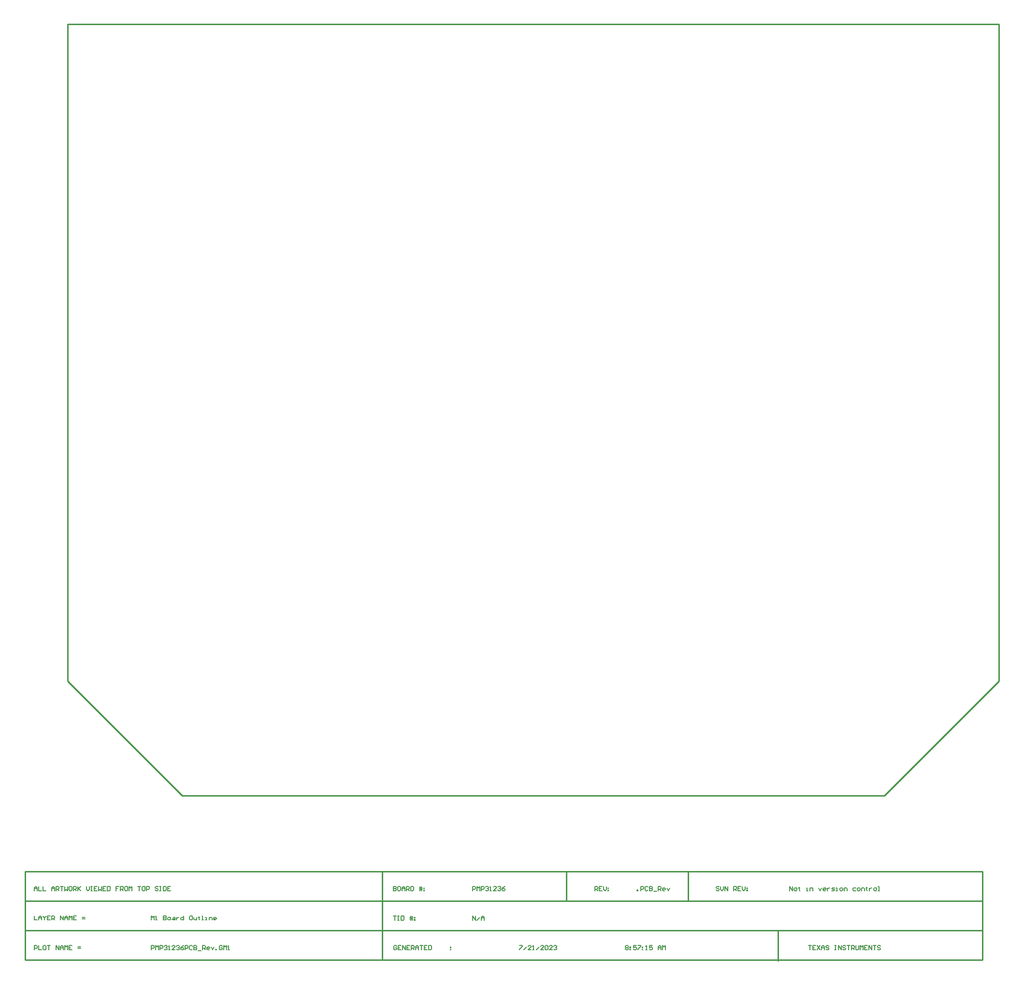
<source format=gm1>
G04*
G04 #@! TF.GenerationSoftware,Altium Limited,Altium Designer,23.6.0 (18)*
G04*
G04 Layer_Color=16711935*
%FSAX44Y44*%
%MOMM*%
G71*
G04*
G04 #@! TF.SameCoordinates,B6B15AAD-09C2-4985-A1E0-6DBEE0027C76*
G04*
G04*
G04 #@! TF.FilePolarity,Positive*
G04*
G01*
G75*
%ADD15C,0.2032*%
%ADD16C,0.2540*%
G54D15*
X00322326Y00171579D02*
Y00179196D01*
X00324865Y00176657D01*
X00327404Y00179196D01*
Y00171579D01*
X00329944D02*
X00332483D01*
X00331213D01*
Y00179196D01*
X00329944Y00177927D01*
X00343909Y00179196D02*
Y00171579D01*
X00347718D01*
X00348987Y00172848D01*
Y00174118D01*
X00347718Y00175387D01*
X00343909D01*
X00347718D01*
X00348987Y00176657D01*
Y00177927D01*
X00347718Y00179196D01*
X00343909D01*
X00352796Y00171579D02*
X00355335D01*
X00356605Y00172848D01*
Y00175387D01*
X00355335Y00176657D01*
X00352796D01*
X00351527Y00175387D01*
Y00172848D01*
X00352796Y00171579D01*
X00360414Y00176657D02*
X00362953D01*
X00364222Y00175387D01*
Y00171579D01*
X00360414D01*
X00359144Y00172848D01*
X00360414Y00174118D01*
X00364222D01*
X00366762Y00176657D02*
Y00171579D01*
Y00174118D01*
X00368031Y00175387D01*
X00369301Y00176657D01*
X00370570D01*
X00379458Y00179196D02*
Y00171579D01*
X00375649D01*
X00374379Y00172848D01*
Y00175387D01*
X00375649Y00176657D01*
X00379458D01*
X00393423Y00179196D02*
X00390884D01*
X00389614Y00177927D01*
Y00172848D01*
X00390884Y00171579D01*
X00393423D01*
X00394693Y00172848D01*
Y00177927D01*
X00393423Y00179196D01*
X00397232Y00176657D02*
Y00172848D01*
X00398501Y00171579D01*
X00402310D01*
Y00176657D01*
X00406119Y00177927D02*
Y00176657D01*
X00404849D01*
X00407388D01*
X00406119D01*
Y00172848D01*
X00407388Y00171579D01*
X00411197D02*
X00413736D01*
X00412467D01*
Y00179196D01*
X00411197D01*
X00417545Y00171579D02*
X00420084D01*
X00418815D01*
Y00176657D01*
X00417545D01*
X00423893Y00171579D02*
Y00176657D01*
X00427702D01*
X00428971Y00175387D01*
Y00171579D01*
X00435319D02*
X00432780D01*
X00431511Y00172848D01*
Y00175387D01*
X00432780Y00176657D01*
X00435319D01*
X00436589Y00175387D01*
Y00174118D01*
X00431511D01*
X00885317Y00171450D02*
Y00179067D01*
X00890395Y00171450D01*
Y00179067D01*
X00892934Y00171450D02*
X00898013Y00176528D01*
X00900552Y00171450D02*
Y00176528D01*
X00903091Y00179067D01*
X00905630Y00176528D01*
Y00171450D01*
Y00175259D01*
X00900552D01*
X00746760Y00179067D02*
X00751838D01*
X00749299D01*
Y00171450D01*
X00754378Y00179067D02*
X00756917D01*
X00755647D01*
Y00171450D01*
X00754378D01*
X00756917D01*
X00760725Y00179067D02*
Y00171450D01*
X00764534D01*
X00765804Y00172720D01*
Y00177798D01*
X00764534Y00179067D01*
X00760725D01*
X00777230Y00171450D02*
Y00179067D01*
X00779769D02*
Y00171450D01*
X00775961Y00176528D02*
X00779769D01*
X00781039D01*
X00775961Y00173989D02*
X00781039D01*
X00783578Y00176528D02*
X00784848D01*
Y00175259D01*
X00783578D01*
Y00176528D01*
Y00172720D02*
X00784848D01*
Y00171450D01*
X00783578D01*
Y00172720D01*
X01474470Y00126912D02*
X01479548D01*
X01477009D01*
Y00119295D01*
X01487166Y00126912D02*
X01482088D01*
Y00119295D01*
X01487166D01*
X01482088Y00123104D02*
X01484627D01*
X01489705Y00126912D02*
X01494783Y00119295D01*
Y00126912D02*
X01489705Y00119295D01*
X01497323D02*
Y00124373D01*
X01499862Y00126912D01*
X01502401Y00124373D01*
Y00119295D01*
Y00123104D01*
X01497323D01*
X01510018Y00125643D02*
X01508749Y00126912D01*
X01506210D01*
X01504940Y00125643D01*
Y00124373D01*
X01506210Y00123104D01*
X01508749D01*
X01510018Y00121834D01*
Y00120564D01*
X01508749Y00119295D01*
X01506210D01*
X01504940Y00120564D01*
X01520175Y00126912D02*
X01522714D01*
X01521445D01*
Y00119295D01*
X01520175D01*
X01522714D01*
X01526523D02*
Y00126912D01*
X01531602Y00119295D01*
Y00126912D01*
X01539219Y00125643D02*
X01537950Y00126912D01*
X01535410D01*
X01534141Y00125643D01*
Y00124373D01*
X01535410Y00123104D01*
X01537950D01*
X01539219Y00121834D01*
Y00120564D01*
X01537950Y00119295D01*
X01535410D01*
X01534141Y00120564D01*
X01541758Y00126912D02*
X01546837D01*
X01544297D01*
Y00119295D01*
X01549376D02*
Y00126912D01*
X01553185D01*
X01554454Y00125643D01*
Y00123104D01*
X01553185Y00121834D01*
X01549376D01*
X01551915D02*
X01554454Y00119295D01*
X01556993Y00126912D02*
Y00120564D01*
X01558263Y00119295D01*
X01560802D01*
X01562072Y00120564D01*
Y00126912D01*
X01564611Y00119295D02*
Y00126912D01*
X01567150Y00124373D01*
X01569689Y00126912D01*
Y00119295D01*
X01577307Y00126912D02*
X01572228D01*
Y00119295D01*
X01577307D01*
X01572228Y00123104D02*
X01574768D01*
X01579846Y00119295D02*
Y00126912D01*
X01584924Y00119295D01*
Y00126912D01*
X01587463D02*
X01592542D01*
X01590003D01*
Y00119295D01*
X01600159Y00125643D02*
X01598890Y00126912D01*
X01596351D01*
X01595081Y00125643D01*
Y00124373D01*
X01596351Y00123104D01*
X01598890D01*
X01600159Y00121834D01*
Y00120564D01*
X01598890Y00119295D01*
X01596351D01*
X01595081Y00120564D01*
X01153287Y00125643D02*
X01154557Y00126912D01*
X01157096D01*
X01158365Y00125643D01*
Y00124373D01*
X01157096Y00123104D01*
X01158365Y00121834D01*
Y00120564D01*
X01157096Y00119295D01*
X01154557D01*
X01153287Y00120564D01*
Y00121834D01*
X01154557Y00123104D01*
X01153287Y00124373D01*
Y00125643D01*
X01154557Y00123104D02*
X01157096D01*
X01160904Y00124373D02*
X01162174D01*
Y00123104D01*
X01160904D01*
Y00124373D01*
Y00120564D02*
X01162174D01*
Y00119295D01*
X01160904D01*
Y00120564D01*
X01172331Y00126912D02*
X01167253D01*
Y00123104D01*
X01169792Y00124373D01*
X01171061D01*
X01172331Y00123104D01*
Y00120564D01*
X01171061Y00119295D01*
X01168522D01*
X01167253Y00120564D01*
X01174870Y00126912D02*
X01179948D01*
Y00125643D01*
X01174870Y00120564D01*
Y00119295D01*
X01182488Y00124373D02*
X01183757D01*
Y00123104D01*
X01182488D01*
Y00124373D01*
Y00120564D02*
X01183757D01*
Y00119295D01*
X01182488D01*
Y00120564D01*
X01188836Y00119295D02*
X01191375D01*
X01190105D01*
Y00126912D01*
X01188836Y00125643D01*
X01200262Y00126912D02*
X01195183D01*
Y00123104D01*
X01197723Y00124373D01*
X01198992D01*
X01200262Y00123104D01*
Y00120564D01*
X01198992Y00119295D01*
X01196453D01*
X01195183Y00120564D01*
X01210418Y00119295D02*
Y00124373D01*
X01212958Y00126912D01*
X01215497Y00124373D01*
Y00119295D01*
Y00123104D01*
X01210418D01*
X01218036Y00119295D02*
Y00126912D01*
X01220575Y00124373D01*
X01223114Y00126912D01*
Y00119295D01*
X00117729D02*
Y00126912D01*
X00121538D01*
X00122807Y00125643D01*
Y00123104D01*
X00121538Y00121834D01*
X00117729D01*
X00125346Y00126912D02*
Y00119295D01*
X00130425D01*
X00136773Y00126912D02*
X00134234D01*
X00132964Y00125643D01*
Y00120564D01*
X00134234Y00119295D01*
X00136773D01*
X00138042Y00120564D01*
Y00125643D01*
X00136773Y00126912D01*
X00140582D02*
X00145660D01*
X00143121D01*
Y00119295D01*
X00155817D02*
Y00126912D01*
X00160895Y00119295D01*
Y00126912D01*
X00163434Y00119295D02*
Y00124373D01*
X00165973Y00126912D01*
X00168513Y00124373D01*
Y00119295D01*
Y00123104D01*
X00163434D01*
X00171052Y00119295D02*
Y00126912D01*
X00173591Y00124373D01*
X00176130Y00126912D01*
Y00119295D01*
X00183748Y00126912D02*
X00178669D01*
Y00119295D01*
X00183748D01*
X00178669Y00123104D02*
X00181208D01*
X00193904Y00121834D02*
X00198983D01*
X00193904Y00124373D02*
X00198983D01*
X00117729Y00179196D02*
Y00171579D01*
X00122807D01*
X00125346D02*
Y00176657D01*
X00127886Y00179196D01*
X00130425Y00176657D01*
Y00171579D01*
Y00175387D01*
X00125346D01*
X00132964Y00179196D02*
Y00177927D01*
X00135503Y00175387D01*
X00138042Y00177927D01*
Y00179196D01*
X00135503Y00175387D02*
Y00171579D01*
X00145660Y00179196D02*
X00140582D01*
Y00171579D01*
X00145660D01*
X00140582Y00175387D02*
X00143121D01*
X00148199Y00171579D02*
Y00179196D01*
X00152008D01*
X00153278Y00177927D01*
Y00175387D01*
X00152008Y00174118D01*
X00148199D01*
X00150738D02*
X00153278Y00171579D01*
X00163434D02*
Y00179196D01*
X00168513Y00171579D01*
Y00179196D01*
X00171052Y00171579D02*
Y00176657D01*
X00173591Y00179196D01*
X00176130Y00176657D01*
Y00171579D01*
Y00175387D01*
X00171052D01*
X00178669Y00171579D02*
Y00179196D01*
X00181208Y00176657D01*
X00183748Y00179196D01*
Y00171579D01*
X00191365Y00179196D02*
X00186287D01*
Y00171579D01*
X00191365D01*
X00186287Y00175387D02*
X00188826D01*
X00201522Y00174118D02*
X00206600D01*
X00201522Y00176657D02*
X00206600D01*
X00746760Y00230714D02*
Y00223097D01*
X00750569D01*
X00751838Y00224366D01*
Y00225636D01*
X00750569Y00226905D01*
X00746760D01*
X00750569D01*
X00751838Y00228175D01*
Y00229445D01*
X00750569Y00230714D01*
X00746760D01*
X00758186D02*
X00755647D01*
X00754378Y00229445D01*
Y00224366D01*
X00755647Y00223097D01*
X00758186D01*
X00759456Y00224366D01*
Y00229445D01*
X00758186Y00230714D01*
X00761995Y00223097D02*
Y00228175D01*
X00764534Y00230714D01*
X00767073Y00228175D01*
Y00223097D01*
Y00226905D01*
X00761995D01*
X00769613Y00223097D02*
Y00230714D01*
X00773421D01*
X00774691Y00229445D01*
Y00226905D01*
X00773421Y00225636D01*
X00769613D01*
X00772152D02*
X00774691Y00223097D01*
X00777230Y00230714D02*
Y00223097D01*
X00781039D01*
X00782309Y00224366D01*
Y00229445D01*
X00781039Y00230714D01*
X00777230D01*
X00793735Y00223097D02*
Y00230714D01*
X00796274D02*
Y00223097D01*
X00792465Y00228175D02*
X00796274D01*
X00797544D01*
X00792465Y00225636D02*
X00797544D01*
X00800083Y00228175D02*
X00801352D01*
Y00226905D01*
X00800083D01*
Y00228175D01*
Y00224366D02*
X00801352D01*
Y00223097D01*
X00800083D01*
Y00224366D01*
X00885317Y00223097D02*
Y00230714D01*
X00889126D01*
X00890395Y00229445D01*
Y00226905D01*
X00889126Y00225636D01*
X00885317D01*
X00892934Y00223097D02*
Y00230714D01*
X00895474Y00228175D01*
X00898013Y00230714D01*
Y00223097D01*
X00900552D02*
Y00230714D01*
X00904361D01*
X00905630Y00229445D01*
Y00226905D01*
X00904361Y00225636D01*
X00900552D01*
X00908170Y00229445D02*
X00909439Y00230714D01*
X00911978D01*
X00913248Y00229445D01*
Y00228175D01*
X00911978Y00226905D01*
X00910709D01*
X00911978D01*
X00913248Y00225636D01*
Y00224366D01*
X00911978Y00223097D01*
X00909439D01*
X00908170Y00224366D01*
X00915787Y00223097D02*
X00918326D01*
X00917057D01*
Y00230714D01*
X00915787Y00229445D01*
X00927213Y00223097D02*
X00922135D01*
X00927213Y00228175D01*
Y00229445D01*
X00925944Y00230714D01*
X00923405D01*
X00922135Y00229445D01*
X00929753D02*
X00931022Y00230714D01*
X00933561D01*
X00934831Y00229445D01*
Y00228175D01*
X00933561Y00226905D01*
X00932292D01*
X00933561D01*
X00934831Y00225636D01*
Y00224366D01*
X00933561Y00223097D01*
X00931022D01*
X00929753Y00224366D01*
X00942449Y00230714D02*
X00939909Y00229445D01*
X00937370Y00226905D01*
Y00224366D01*
X00938640Y00223097D01*
X00941179D01*
X00942449Y00224366D01*
Y00225636D01*
X00941179Y00226905D01*
X00937370D01*
X01173861Y00223097D02*
Y00224366D01*
X01175131D01*
Y00223097D01*
X01173861D01*
X01180209D02*
Y00230714D01*
X01184018D01*
X01185287Y00229445D01*
Y00226905D01*
X01184018Y00225636D01*
X01180209D01*
X01192905Y00229445D02*
X01191635Y00230714D01*
X01189096D01*
X01187827Y00229445D01*
Y00224366D01*
X01189096Y00223097D01*
X01191635D01*
X01192905Y00224366D01*
X01195444Y00230714D02*
Y00223097D01*
X01199253D01*
X01200522Y00224366D01*
Y00225636D01*
X01199253Y00226905D01*
X01195444D01*
X01199253D01*
X01200522Y00228175D01*
Y00229445D01*
X01199253Y00230714D01*
X01195444D01*
X01203062Y00221827D02*
X01208140D01*
X01210679Y00223097D02*
Y00230714D01*
X01214488D01*
X01215757Y00229445D01*
Y00226905D01*
X01214488Y00225636D01*
X01210679D01*
X01213218D02*
X01215757Y00223097D01*
X01222105D02*
X01219566D01*
X01218297Y00224366D01*
Y00226905D01*
X01219566Y00228175D01*
X01222105D01*
X01223375Y00226905D01*
Y00225636D01*
X01218297D01*
X01225914Y00228175D02*
X01228453Y00223097D01*
X01230993Y00228175D01*
X00117729Y00223097D02*
Y00228175D01*
X00120268Y00230714D01*
X00122807Y00228175D01*
Y00223097D01*
Y00226905D01*
X00117729D01*
X00125346Y00230714D02*
Y00223097D01*
X00130425D01*
X00132964Y00230714D02*
Y00223097D01*
X00138042D01*
X00148199D02*
Y00228175D01*
X00150738Y00230714D01*
X00153278Y00228175D01*
Y00223097D01*
Y00226905D01*
X00148199D01*
X00155817Y00223097D02*
Y00230714D01*
X00159626D01*
X00160895Y00229445D01*
Y00226905D01*
X00159626Y00225636D01*
X00155817D01*
X00158356D02*
X00160895Y00223097D01*
X00163434Y00230714D02*
X00168513D01*
X00165973D01*
Y00223097D01*
X00171052Y00230714D02*
Y00223097D01*
X00173591Y00225636D01*
X00176130Y00223097D01*
Y00230714D01*
X00182478D02*
X00179939D01*
X00178669Y00229445D01*
Y00224366D01*
X00179939Y00223097D01*
X00182478D01*
X00183748Y00224366D01*
Y00229445D01*
X00182478Y00230714D01*
X00186287Y00223097D02*
Y00230714D01*
X00190096D01*
X00191365Y00229445D01*
Y00226905D01*
X00190096Y00225636D01*
X00186287D01*
X00188826D02*
X00191365Y00223097D01*
X00193904Y00230714D02*
Y00223097D01*
Y00225636D01*
X00198983Y00230714D01*
X00195174Y00226905D01*
X00198983Y00223097D01*
X00209139Y00230714D02*
Y00225636D01*
X00211679Y00223097D01*
X00214218Y00225636D01*
Y00230714D01*
X00216757D02*
X00219296D01*
X00218027D01*
Y00223097D01*
X00216757D01*
X00219296D01*
X00228183Y00230714D02*
X00223105D01*
Y00223097D01*
X00228183D01*
X00223105Y00226905D02*
X00225644D01*
X00230722Y00230714D02*
Y00223097D01*
X00233262Y00225636D01*
X00235801Y00223097D01*
Y00230714D01*
X00243418D02*
X00238340D01*
Y00223097D01*
X00243418D01*
X00238340Y00226905D02*
X00240879D01*
X00245958Y00230714D02*
Y00223097D01*
X00249766D01*
X00251036Y00224366D01*
Y00229445D01*
X00249766Y00230714D01*
X00245958D01*
X00266271D02*
X00261193D01*
Y00226905D01*
X00263732D01*
X00261193D01*
Y00223097D01*
X00268810D02*
Y00230714D01*
X00272619D01*
X00273888Y00229445D01*
Y00226905D01*
X00272619Y00225636D01*
X00268810D01*
X00271349D02*
X00273888Y00223097D01*
X00280236Y00230714D02*
X00277697D01*
X00276428Y00229445D01*
Y00224366D01*
X00277697Y00223097D01*
X00280236D01*
X00281506Y00224366D01*
Y00229445D01*
X00280236Y00230714D01*
X00284045Y00223097D02*
Y00230714D01*
X00286584Y00228175D01*
X00289124Y00230714D01*
Y00223097D01*
X00299280Y00230714D02*
X00304359D01*
X00301819D01*
Y00223097D01*
X00310707Y00230714D02*
X00308167D01*
X00306898Y00229445D01*
Y00224366D01*
X00308167Y00223097D01*
X00310707D01*
X00311976Y00224366D01*
Y00229445D01*
X00310707Y00230714D01*
X00314515Y00223097D02*
Y00230714D01*
X00318324D01*
X00319594Y00229445D01*
Y00226905D01*
X00318324Y00225636D01*
X00314515D01*
X00334829Y00229445D02*
X00333559Y00230714D01*
X00331020D01*
X00329750Y00229445D01*
Y00228175D01*
X00331020Y00226905D01*
X00333559D01*
X00334829Y00225636D01*
Y00224366D01*
X00333559Y00223097D01*
X00331020D01*
X00329750Y00224366D01*
X00337368Y00230714D02*
X00339907D01*
X00338638D01*
Y00223097D01*
X00337368D01*
X00339907D01*
X00343716Y00230714D02*
Y00223097D01*
X00347525D01*
X00348794Y00224366D01*
Y00229445D01*
X00347525Y00230714D01*
X00343716D01*
X00356412D02*
X00351333D01*
Y00223097D01*
X00356412D01*
X00351333Y00226905D02*
X00353873D01*
X00752346Y00125643D02*
X00751077Y00126912D01*
X00748538D01*
X00747268Y00125643D01*
Y00120564D01*
X00748538Y00119295D01*
X00751077D01*
X00752346Y00120564D01*
Y00123104D01*
X00749807D01*
X00759964Y00126912D02*
X00754885D01*
Y00119295D01*
X00759964D01*
X00754885Y00123104D02*
X00757425D01*
X00762503Y00119295D02*
Y00126912D01*
X00767581Y00119295D01*
Y00126912D01*
X00775199D02*
X00770121D01*
Y00119295D01*
X00775199D01*
X00770121Y00123104D02*
X00772660D01*
X00777738Y00119295D02*
Y00126912D01*
X00781547D01*
X00782816Y00125643D01*
Y00123104D01*
X00781547Y00121834D01*
X00777738D01*
X00780277D02*
X00782816Y00119295D01*
X00785356D02*
Y00124373D01*
X00787895Y00126912D01*
X00790434Y00124373D01*
Y00119295D01*
Y00123104D01*
X00785356D01*
X00792973Y00126912D02*
X00798052D01*
X00795512D01*
Y00119295D01*
X00805669Y00126912D02*
X00800591D01*
Y00119295D01*
X00805669D01*
X00800591Y00123104D02*
X00803130D01*
X00808208Y00126912D02*
Y00119295D01*
X00812017D01*
X00813287Y00120564D01*
Y00125643D01*
X00812017Y00126912D01*
X00808208D01*
X00846296Y00124373D02*
X00847566D01*
Y00123104D01*
X00846296D01*
Y00124373D01*
Y00120564D02*
X00847566D01*
Y00119295D01*
X00846296D01*
Y00120564D01*
X00968121Y00126912D02*
X00973199D01*
Y00125643D01*
X00968121Y00120564D01*
Y00119295D01*
X00975739D02*
X00980817Y00124373D01*
X00988434Y00119295D02*
X00983356D01*
X00988434Y00124373D01*
Y00125643D01*
X00987165Y00126912D01*
X00984626D01*
X00983356Y00125643D01*
X00990974Y00119295D02*
X00993513D01*
X00992243D01*
Y00126912D01*
X00990974Y00125643D01*
X00997322Y00119295D02*
X01002400Y00124373D01*
X01010017Y00119295D02*
X01004939D01*
X01010017Y00124373D01*
Y00125643D01*
X01008748Y00126912D01*
X01006209D01*
X01004939Y00125643D01*
X01012557D02*
X01013826Y00126912D01*
X01016365D01*
X01017635Y00125643D01*
Y00120564D01*
X01016365Y00119295D01*
X01013826D01*
X01012557Y00120564D01*
Y00125643D01*
X01025253Y00119295D02*
X01020174D01*
X01025253Y00124373D01*
Y00125643D01*
X01023983Y00126912D01*
X01021444D01*
X01020174Y00125643D01*
X01027792D02*
X01029061Y00126912D01*
X01031600D01*
X01032870Y00125643D01*
Y00124373D01*
X01031600Y00123104D01*
X01030331D01*
X01031600D01*
X01032870Y00121834D01*
Y00120564D01*
X01031600Y00119295D01*
X01029061D01*
X01027792Y00120564D01*
X00322326Y00119295D02*
Y00126912D01*
X00326135D01*
X00327404Y00125643D01*
Y00123104D01*
X00326135Y00121834D01*
X00322326D01*
X00329944Y00119295D02*
Y00126912D01*
X00332483Y00124373D01*
X00335022Y00126912D01*
Y00119295D01*
X00337561D02*
Y00126912D01*
X00341370D01*
X00342639Y00125643D01*
Y00123104D01*
X00341370Y00121834D01*
X00337561D01*
X00345179Y00125643D02*
X00346448Y00126912D01*
X00348987D01*
X00350257Y00125643D01*
Y00124373D01*
X00348987Y00123104D01*
X00347718D01*
X00348987D01*
X00350257Y00121834D01*
Y00120564D01*
X00348987Y00119295D01*
X00346448D01*
X00345179Y00120564D01*
X00352796Y00119295D02*
X00355335D01*
X00354066D01*
Y00126912D01*
X00352796Y00125643D01*
X00364222Y00119295D02*
X00359144D01*
X00364222Y00124373D01*
Y00125643D01*
X00362953Y00126912D01*
X00360414D01*
X00359144Y00125643D01*
X00366762D02*
X00368031Y00126912D01*
X00370570D01*
X00371840Y00125643D01*
Y00124373D01*
X00370570Y00123104D01*
X00369301D01*
X00370570D01*
X00371840Y00121834D01*
Y00120564D01*
X00370570Y00119295D01*
X00368031D01*
X00366762Y00120564D01*
X00379458Y00126912D02*
X00376918Y00125643D01*
X00374379Y00123104D01*
Y00120564D01*
X00375649Y00119295D01*
X00378188D01*
X00379458Y00120564D01*
Y00121834D01*
X00378188Y00123104D01*
X00374379D01*
X00381997Y00119295D02*
Y00126912D01*
X00385806D01*
X00387075Y00125643D01*
Y00123104D01*
X00385806Y00121834D01*
X00381997D01*
X00394693Y00125643D02*
X00393423Y00126912D01*
X00390884D01*
X00389614Y00125643D01*
Y00120564D01*
X00390884Y00119295D01*
X00393423D01*
X00394693Y00120564D01*
X00397232Y00126912D02*
Y00119295D01*
X00401040D01*
X00402310Y00120564D01*
Y00121834D01*
X00401040Y00123104D01*
X00397232D01*
X00401040D01*
X00402310Y00124373D01*
Y00125643D01*
X00401040Y00126912D01*
X00397232D01*
X00404849Y00118025D02*
X00409928D01*
X00412467Y00119295D02*
Y00126912D01*
X00416276D01*
X00417545Y00125643D01*
Y00123104D01*
X00416276Y00121834D01*
X00412467D01*
X00415006D02*
X00417545Y00119295D01*
X00423893D02*
X00421354D01*
X00420084Y00120564D01*
Y00123104D01*
X00421354Y00124373D01*
X00423893D01*
X00425163Y00123104D01*
Y00121834D01*
X00420084D01*
X00427702Y00124373D02*
X00430241Y00119295D01*
X00432780Y00124373D01*
X00435319Y00119295D02*
Y00120564D01*
X00436589D01*
Y00119295D01*
X00435319D01*
X00446746Y00125643D02*
X00445476Y00126912D01*
X00442937D01*
X00441667Y00125643D01*
Y00120564D01*
X00442937Y00119295D01*
X00445476D01*
X00446746Y00120564D01*
Y00123104D01*
X00444207D01*
X00449285Y00119295D02*
Y00126912D01*
X00451824Y00124373D01*
X00454363Y00126912D01*
Y00119295D01*
X00456903D02*
X00459442D01*
X00458172D01*
Y00126912D01*
X00456903Y00125643D01*
X01099820Y00223097D02*
Y00230714D01*
X01103629D01*
X01104898Y00229445D01*
Y00226905D01*
X01103629Y00225636D01*
X01099820D01*
X01102359D02*
X01104898Y00223097D01*
X01112516Y00230714D02*
X01107438D01*
Y00223097D01*
X01112516D01*
X01107438Y00226905D02*
X01109977D01*
X01115055Y00230714D02*
Y00225636D01*
X01117594Y00223097D01*
X01120133Y00225636D01*
Y00230714D01*
X01122673Y00228175D02*
X01123942D01*
Y00226905D01*
X01122673D01*
Y00228175D01*
Y00224366D02*
X01123942D01*
Y00223097D01*
X01122673D01*
Y00224366D01*
X01317750Y00229445D02*
X01316481Y00230714D01*
X01313942D01*
X01312672Y00229445D01*
Y00228175D01*
X01313942Y00226905D01*
X01316481D01*
X01317750Y00225636D01*
Y00224366D01*
X01316481Y00223097D01*
X01313942D01*
X01312672Y00224366D01*
X01320289Y00230714D02*
Y00225636D01*
X01322829Y00223097D01*
X01325368Y00225636D01*
Y00230714D01*
X01327907Y00223097D02*
Y00230714D01*
X01332985Y00223097D01*
Y00230714D01*
X01343142Y00223097D02*
Y00230714D01*
X01346951D01*
X01348221Y00229445D01*
Y00226905D01*
X01346951Y00225636D01*
X01343142D01*
X01345681D02*
X01348221Y00223097D01*
X01355838Y00230714D02*
X01350760D01*
Y00223097D01*
X01355838D01*
X01350760Y00226905D02*
X01353299D01*
X01358377Y00230714D02*
Y00225636D01*
X01360916Y00223097D01*
X01363456Y00225636D01*
Y00230714D01*
X01365995Y00228175D02*
X01367264D01*
Y00226905D01*
X01365995D01*
Y00228175D01*
Y00224366D02*
X01367264D01*
Y00223097D01*
X01365995D01*
Y00224366D01*
X01441196Y00223097D02*
Y00230714D01*
X01446274Y00223097D01*
Y00230714D01*
X01450083Y00223097D02*
X01452622D01*
X01453892Y00224366D01*
Y00226905D01*
X01452622Y00228175D01*
X01450083D01*
X01448813Y00226905D01*
Y00224366D01*
X01450083Y00223097D01*
X01457701Y00229445D02*
Y00228175D01*
X01456431D01*
X01458970D01*
X01457701D01*
Y00224366D01*
X01458970Y00223097D01*
X01470397D02*
X01472936D01*
X01471666D01*
Y00228175D01*
X01470397D01*
X01476745Y00223097D02*
Y00228175D01*
X01480553D01*
X01481823Y00226905D01*
Y00223097D01*
X01491980Y00228175D02*
X01494519Y00223097D01*
X01497058Y00228175D01*
X01503406Y00223097D02*
X01500867D01*
X01499597Y00224366D01*
Y00226905D01*
X01500867Y00228175D01*
X01503406D01*
X01504675Y00226905D01*
Y00225636D01*
X01499597D01*
X01507215Y00228175D02*
Y00223097D01*
Y00225636D01*
X01508484Y00226905D01*
X01509754Y00228175D01*
X01511023D01*
X01514832Y00223097D02*
X01518641D01*
X01519910Y00224366D01*
X01518641Y00225636D01*
X01516102D01*
X01514832Y00226905D01*
X01516102Y00228175D01*
X01519910D01*
X01522450Y00223097D02*
X01524989D01*
X01523719D01*
Y00228175D01*
X01522450D01*
X01530067Y00223097D02*
X01532606D01*
X01533876Y00224366D01*
Y00226905D01*
X01532606Y00228175D01*
X01530067D01*
X01528798Y00226905D01*
Y00224366D01*
X01530067Y00223097D01*
X01536415D02*
Y00228175D01*
X01540224D01*
X01541494Y00226905D01*
Y00223097D01*
X01556729Y00228175D02*
X01552920D01*
X01551650Y00226905D01*
Y00224366D01*
X01552920Y00223097D01*
X01556729D01*
X01560537D02*
X01563077D01*
X01564346Y00224366D01*
Y00226905D01*
X01563077Y00228175D01*
X01560537D01*
X01559268Y00226905D01*
Y00224366D01*
X01560537Y00223097D01*
X01566885D02*
Y00228175D01*
X01570694D01*
X01571964Y00226905D01*
Y00223097D01*
X01575773Y00229445D02*
Y00228175D01*
X01574503D01*
X01577042D01*
X01575773D01*
Y00224366D01*
X01577042Y00223097D01*
X01580851Y00228175D02*
Y00223097D01*
Y00225636D01*
X01582120Y00226905D01*
X01583390Y00228175D01*
X01584660D01*
X01589738Y00223097D02*
X01592277D01*
X01593547Y00224366D01*
Y00226905D01*
X01592277Y00228175D01*
X01589738D01*
X01588468Y00226905D01*
Y00224366D01*
X01589738Y00223097D01*
X01596086D02*
X01598625D01*
X01597355D01*
Y00230714D01*
X01596086D01*
G54D16*
X00376428Y00389636D02*
X01607058D01*
X00175768Y00590296D02*
X00376428Y00389636D01*
X00175768Y00590296D02*
Y01741465D01*
X01807718D01*
Y00590296D02*
Y01741465D01*
X01607058Y00389636D02*
X01807718Y00590296D01*
X01420876Y00100076D02*
Y00151596D01*
X01118870Y00101727D02*
X01778508D01*
Y00256667D01*
X00727710Y00101727D02*
Y00256667D01*
X00101600Y00101727D02*
Y00256667D01*
X00101727Y00101727D02*
X00501904D01*
X00101727D02*
Y00256667D01*
Y00256667D02*
X01778508D01*
X00101600Y00101727D02*
X01118870D01*
X00101600Y00153374D02*
X01778000D01*
X00101600Y00205020D02*
X01778508D01*
X01049528D02*
Y00256667D01*
X01262888Y00205020D02*
Y00256667D01*
M02*

</source>
